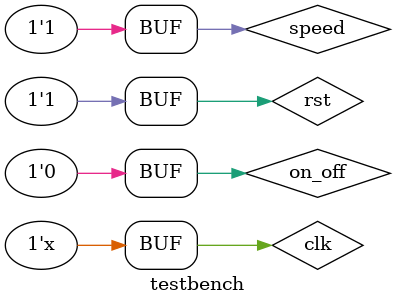
<source format=v>
module testbench();

    //Inputs
    reg clk;
    reg rst;
    reg on_off;
    reg speed;

    //Outputs
    wire led_speed;
    wire [1:0]state;

    SPAL DUT(
        .clk(clk),
        .rst(rst),
        .on_off(on_off),
        .speed(speed),
        .led_speed(led_speed),
        .state(state)
    );

    initial begin
        //initialize
        clk = 0;
        rst = 0; 
        #100;
        #25 rst = 1; 
        
        #25 on_off = 1;
        #25 speed = 1;
        #25 speed = 0;
        #25 speed = 1;
        #25 on_off = 0;
        

    end
    always
     #5 clk = ~clk;

endmodule

</source>
